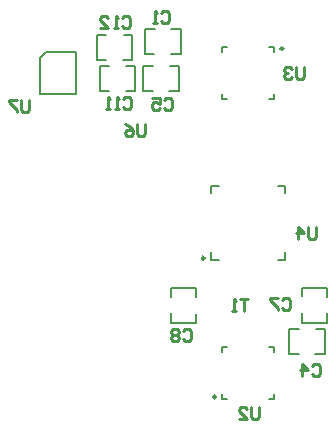
<source format=gbo>
G04 Layer_Color=32896*
%FSLAX25Y25*%
%MOIN*%
G70*
G01*
G75*
%ADD44C,0.01000*%
%ADD45C,0.00600*%
%ADD47C,0.00787*%
%ADD83C,0.00984*%
D44*
X112500Y71936D02*
X109876D01*
X111188D01*
Y68000D01*
X108564D02*
X107252D01*
X107908D01*
Y71936D01*
X108564Y71280D01*
X39500Y138436D02*
Y135156D01*
X38844Y134500D01*
X37532D01*
X36876Y135156D01*
Y138436D01*
X35564D02*
X32940D01*
Y137780D01*
X35564Y135156D01*
Y134500D01*
X70376Y165780D02*
X71032Y166436D01*
X72344D01*
X73000Y165780D01*
Y163156D01*
X72344Y162500D01*
X71032D01*
X70376Y163156D01*
X69064Y162500D02*
X67752D01*
X68408D01*
Y166436D01*
X69064Y165780D01*
X63161Y162500D02*
X65785D01*
X63161Y165124D01*
Y165780D01*
X63817Y166436D01*
X65128D01*
X65785Y165780D01*
X70876Y138780D02*
X71532Y139436D01*
X72844D01*
X73500Y138780D01*
Y136156D01*
X72844Y135500D01*
X71532D01*
X70876Y136156D01*
X69564Y135500D02*
X68252D01*
X68908D01*
Y139436D01*
X69564Y138780D01*
X66285Y135500D02*
X64973D01*
X65628D01*
Y139436D01*
X66285Y138780D01*
X78000Y130436D02*
Y127156D01*
X77344Y126500D01*
X76032D01*
X75376Y127156D01*
Y130436D01*
X71440D02*
X72752Y129780D01*
X74064Y128468D01*
Y127156D01*
X73408Y126500D01*
X72096D01*
X71440Y127156D01*
Y127812D01*
X72096Y128468D01*
X74064D01*
X83376Y167280D02*
X84032Y167936D01*
X85344D01*
X86000Y167280D01*
Y164656D01*
X85344Y164000D01*
X84032D01*
X83376Y164656D01*
X82064Y164000D02*
X80752D01*
X81408D01*
Y167936D01*
X82064Y167280D01*
X133876Y49780D02*
X134532Y50436D01*
X135844D01*
X136500Y49780D01*
Y47156D01*
X135844Y46500D01*
X134532D01*
X133876Y47156D01*
X130596Y46500D02*
Y50436D01*
X132564Y48468D01*
X129940D01*
X84376Y138280D02*
X85032Y138936D01*
X86344D01*
X87000Y138280D01*
Y135656D01*
X86344Y135000D01*
X85032D01*
X84376Y135656D01*
X80440Y138936D02*
X83064D01*
Y136968D01*
X81752Y137624D01*
X81096D01*
X80440Y136968D01*
Y135656D01*
X81096Y135000D01*
X82408D01*
X83064Y135656D01*
X116000Y35936D02*
Y32656D01*
X115344Y32000D01*
X114032D01*
X113376Y32656D01*
Y35936D01*
X109440Y32000D02*
X112064D01*
X109440Y34624D01*
Y35280D01*
X110096Y35936D01*
X111408D01*
X112064Y35280D01*
X131000Y149436D02*
Y146156D01*
X130344Y145500D01*
X129032D01*
X128376Y146156D01*
Y149436D01*
X127064Y148780D02*
X126408Y149436D01*
X125096D01*
X124440Y148780D01*
Y148124D01*
X125096Y147468D01*
X125752D01*
X125096D01*
X124440Y146812D01*
Y146156D01*
X125096Y145500D01*
X126408D01*
X127064Y146156D01*
X135000Y95936D02*
Y92656D01*
X134344Y92000D01*
X133032D01*
X132376Y92656D01*
Y95936D01*
X129096Y92000D02*
Y95936D01*
X131064Y93968D01*
X128440D01*
X123876Y71780D02*
X124532Y72436D01*
X125844D01*
X126500Y71780D01*
Y69156D01*
X125844Y68500D01*
X124532D01*
X123876Y69156D01*
X122564Y72436D02*
X119940D01*
Y71780D01*
X122564Y69156D01*
Y68500D01*
X90876Y61280D02*
X91532Y61936D01*
X92844D01*
X93500Y61280D01*
Y58656D01*
X92844Y58000D01*
X91532D01*
X90876Y58656D01*
X89564Y61280D02*
X88908Y61936D01*
X87596D01*
X86940Y61280D01*
Y60624D01*
X87596Y59968D01*
X86940Y59312D01*
Y58656D01*
X87596Y58000D01*
X88908D01*
X89564Y58656D01*
Y59312D01*
X88908Y59968D01*
X89564Y60624D01*
Y61280D01*
X88908Y59968D02*
X87596D01*
D45*
X86866Y64095D02*
X95134D01*
X86866Y75906D02*
X95134D01*
X86866Y64095D02*
Y67244D01*
X95134Y64095D02*
Y67047D01*
Y72756D02*
Y75906D01*
X86866Y72756D02*
Y75906D01*
X130366D02*
X138634D01*
X130366Y64095D02*
X138634D01*
Y72756D02*
Y75906D01*
X130366Y72953D02*
Y75906D01*
Y64095D02*
Y67244D01*
X138634Y64095D02*
Y67244D01*
X89406Y141366D02*
Y149634D01*
X77595Y141366D02*
Y149634D01*
X86256Y141366D02*
X89406D01*
X86453Y149634D02*
X89406D01*
X77595D02*
X80744D01*
X77595Y141366D02*
X80744D01*
X137961Y53866D02*
Y62134D01*
X126150Y53866D02*
Y62134D01*
X134811Y53866D02*
X137961D01*
X135008Y62134D02*
X137961D01*
X126150D02*
X129299D01*
X126150Y53866D02*
X129299D01*
X78150Y153866D02*
Y162134D01*
X89961Y153866D02*
Y162134D01*
X78150D02*
X81299D01*
X78150Y153866D02*
X81102D01*
X86811D02*
X89961D01*
X86811Y162134D02*
X89961D01*
X63095Y141366D02*
Y149634D01*
X74906Y141366D02*
Y149634D01*
X63095D02*
X66244D01*
X63095Y141366D02*
X66047D01*
X71756D02*
X74906D01*
X71756Y149634D02*
X74906D01*
X73905Y151866D02*
Y160134D01*
X62094Y151866D02*
Y160134D01*
X70756Y151866D02*
X73905D01*
X70953Y160134D02*
X73905D01*
X62094D02*
X65244D01*
X62094Y151866D02*
X65244D01*
D47*
X43000Y140500D02*
Y152500D01*
X45000Y154500D01*
X55000D01*
X43000Y140500D02*
X55000D01*
Y154500D01*
X121161Y154488D02*
Y156161D01*
X119488D02*
X121161D01*
Y138839D02*
Y140512D01*
X119488Y138839D02*
X121161D01*
X103839D02*
Y140512D01*
Y138839D02*
X105512D01*
X103839Y154488D02*
Y156161D01*
X105512D01*
X103839Y38839D02*
Y40512D01*
Y38839D02*
X105512D01*
X103839Y54488D02*
Y56161D01*
X105512D01*
X121161Y54488D02*
Y56161D01*
X119488D02*
X121161D01*
Y38839D02*
Y40512D01*
X119488Y38839D02*
X121161D01*
X100098Y85098D02*
Y87657D01*
Y85098D02*
X102657D01*
X122343D02*
X124902D01*
Y87657D01*
Y107343D02*
Y109902D01*
X122343D02*
X124902D01*
X100098Y107343D02*
Y109902D01*
X102657D01*
D83*
X124213Y155571D02*
G03*
X124213Y155571I-492J0D01*
G01*
X101772Y39429D02*
G03*
X101772Y39429I-492J0D01*
G01*
X98032Y85689D02*
G03*
X98032Y85689I-492J0D01*
G01*
M02*

</source>
